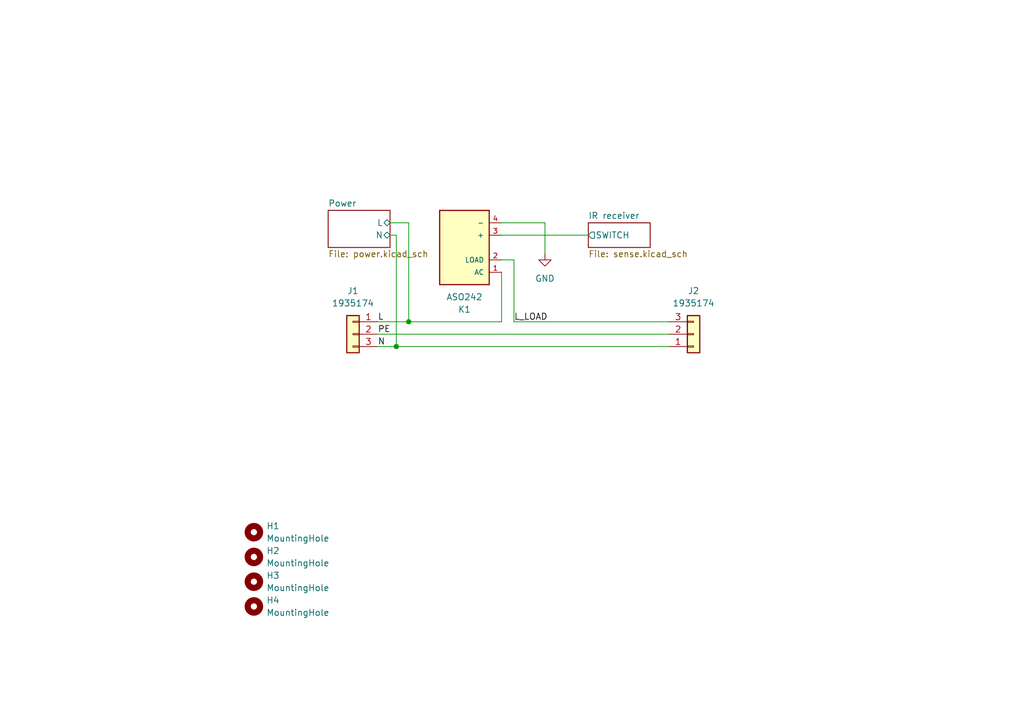
<source format=kicad_sch>
(kicad_sch (version 20230121) (generator eeschema)
  (paper "A5")
  (title_block (title "IR-based AC switch") (date "2023-10-17") (comment 1 "https://aisler.net/p/HPFIOOUA"))
  (lib_symbols
    (symbol "ASO242:ASO242" (pin_names (offset 1.016))
      (property "Reference" "K" (at -5.08 8.382 0))
      (property "Value" "ASO242" (at -5.08 -10.16 0))
      (symbol "ASO242_0_0"
        (rectangle (start -5.08 -7.62) (end 5.08 7.62) (stroke (width 0.254)) (fill (type background)))
        (pin bidirectional line (at 7.62 5.08 180) (length 2.54) (name "AC") (number "1"))
        (pin bidirectional line (at 7.62 2.54 180) (length 2.54) (name "LOAD") (number "2"))
        (pin bidirectional line (at 7.62 -2.54 180) (length 2.54) (name "+") (number "3"))
        (pin bidirectional line (at 7.62 -5.08 180) (length 2.54) (name "-") (number "4"))
      )
    )
    (symbol "Connector_Generic:Conn_01x03" (pin_names (offset 1.016) hide)
      (property "Reference" "J" (at 0 5.08 0))
      (property "Value" "Conn_01x03" (at 0 -5.08 0))
      (symbol "Conn_01x03_1_1"
        (rectangle (start -1.27 -2.413) (end 0 -2.667) (stroke (width 0.1524)))
        (rectangle (start -1.27 0.127) (end 0 -0.127) (stroke (width 0.1524)))
        (rectangle (start -1.27 2.667) (end 0 2.413) (stroke (width 0.1524)))
        (rectangle (start -1.27 3.81) (end 1.27 -3.81) (stroke (width 0.254)) (fill (type background)))
        (pin passive line (at -5.08 2.54 0) (length 3.81) (name "Pin_1") (number "1"))
        (pin passive line (at -5.08 0 0) (length 3.81) (name "Pin_2") (number "2"))
        (pin passive line (at -5.08 -2.54 0) (length 3.81) (name "Pin_3") (number "3"))
      )
    )
    (symbol "Mechanical:MountingHole" (pin_names (offset 1.016))
      (property "Reference" "H" (at 0 5.08 0))
      (property "Value" "MountingHole" (at 0 3.175 0))
      (symbol "MountingHole_0_1"
        (circle (center 0 0) (radius 1.27) (stroke (width 1.27)))
      )
    )
    (symbol "power:GND" (power) (pin_names (offset 0))
      (property "Value" "GND" (at 0 -3.81 0))
      (symbol "GND_0_1"
        (polyline (pts (xy 0 0) (xy 0 -1.27) (xy 1.27 -1.27) (xy 0 -2.54) (xy -1.27 -1.27) (xy 0 -1.27)))
      )
      (symbol "GND_1_1"
        (pin power_in line (at 0 0 270) (length 0) hide (name "GND") (number "1"))
      )
    )
  )
  (junction (at 81.28 71.12))
  (junction (at 83.82 66.04))
  (wire (pts (xy 81.28 48.26) (xy 81.28 71.12)))
  (wire (pts (xy 83.82 45.72) (xy 83.82 66.04)))
  (wire (pts (xy 80.01 45.72) (xy 83.82 45.72)))
  (wire (pts (xy 111.76 45.72) (xy 111.76 52.07)))
  (wire (pts (xy 77.47 66.04) (xy 83.82 66.04)))
  (wire (pts (xy 83.82 66.04) (xy 102.87 66.04)))
  (wire (pts (xy 81.28 71.12) (xy 137.16 71.12)))
  (wire (pts (xy 80.01 48.26) (xy 81.28 48.26)))
  (wire (pts (xy 102.87 66.04) (xy 102.87 55.88)))
  (wire (pts (xy 77.47 68.58) (xy 137.16 68.58)))
  (wire (pts (xy 105.41 53.34) (xy 105.41 66.04)))
  (wire (pts (xy 102.87 45.72) (xy 111.76 45.72)))
  (wire (pts (xy 102.87 53.34) (xy 105.41 53.34)))
  (wire (pts (xy 102.87 48.26) (xy 120.65 48.26)))
  (wire (pts (xy 77.47 71.12) (xy 81.28 71.12)))
  (wire (pts (xy 105.41 66.04) (xy 137.16 66.04)))
  (label "N" (at 77.47 71.12 0))
  (label "PE" (at 77.47 68.58 0))
  (label "L" (at 77.47 66.04 0))
  (label "L_LOAD" (at 105.41 66.04 0))
  (symbol (lib_id "Mechanical:MountingHole") (at 52.07 109.22 0) (unit 1) (in_bom no)
    (property "Reference" "H1" (at 54.61 107.95 0) (effects (justify left)))
    (property "Value" "MountingHole" (at 54.61 110.49 0) (effects (justify left)))
    (property "Footprint" "MountingHole:MountingHole_2.2mm_M2_DIN965" (effects hide))
    (property "Sim.Enable" "0" (effects hide))
  )
  (symbol (lib_id "ASO242:ASO242") (at 95.25 50.8 0) (mirror x) (unit 1)
    (property "Reference" "K1" (at 95.25 63.5 0))
    (property "Value" "ASO242" (at 95.25 60.96 0))
    (property "Footprint" "switch:ASO242" (effects hide))
    (property "DigiKey_Part_Number" "CC1336-ND" (effects hide))
    (property "SnapEDA_Link" "https://www.snapeda.com/parts/ASO242/Crydom/view-part/?ref=snap" (effects hide))
    (property "Description" "\nFeatures ?DC Control, AC Output ?Triac (AO) or SCR (ASO) Output ?UL, CSA Approved ?Dimensions (L\n" (effects hide))
    (property "LIB" "REL" (effects hide))
    (property "Package" "None" (effects hide))
    (property "MF" "Crydom" (effects hide))
    (property "MP" "ASO242" (effects hide))
    (property "Check_prices" "https://www.snapeda.com/parts/ASO242/Crydom/view-part/?ref=eda" (effects hide))
    (property "MPN1" "Sensata:ASO242" (effects hide))
    (property "SKU1" "Conrad:188012" (effects hide))
  )
  (symbol (lib_id "Mechanical:MountingHole") (at 52.07 119.38 0) (unit 1) (in_bom no)
    (property "Reference" "H3" (at 54.61 118.11 0) (effects (justify left)))
    (property "Value" "MountingHole" (at 54.61 120.65 0) (effects (justify left)))
    (property "Footprint" "MountingHole:MountingHole_2.2mm_M2_DIN965" (effects hide))
    (property "Sim.Enable" "0" (effects hide))
  )
  (symbol (lib_id "Connector_Generic:Conn_01x03") (at 72.39 68.58 0) (mirror y) (unit 1)
    (property "Reference" "J1" (at 72.39 59.69 0))
    (property "Value" "1935174" (at 72.39 62.23 0))
    (property "Footprint" "TerminalBlock_Phoenix:TerminalBlock_Phoenix_PT-1,5-3-5.0-H_1x03_P5.00mm_Horizontal" (effects hide))
    (property "Datasheet" "https://asset.conrad.com/media10/add/160267/c1/-/de/000744167DS01/datenblatt-744167-phoenix-contact-1935174-schraubklemmblock-250-mm-polzahl-num-3-gruen-1-st.pdf" (effects hide))
    (property "MPN1" "Phoenix Contact:1935174" (effects hide))
    (property "Sim.Enable" "0" (effects hide))
    (property "SKU1" "Conrad:744167 - 62" (effects hide))
  )
  (symbol (lib_id "Mechanical:MountingHole") (at 52.07 124.46 0) (unit 1) (in_bom no)
    (property "Reference" "H4" (at 54.61 123.19 0) (effects (justify left)))
    (property "Value" "MountingHole" (at 54.61 125.73 0) (effects (justify left)))
    (property "Footprint" "MountingHole:MountingHole_2.2mm_M2_DIN965" (effects hide))
    (property "Sim.Enable" "0" (effects hide))
  )
  (symbol (lib_id "power:GND") (at 111.76 52.07 0) (unit 1)
    (property "Reference" "#PWR04" (effects hide))
    (property "Value" "GND" (at 111.76 57.15 0))
  )
  (symbol (lib_id "Mechanical:MountingHole") (at 52.07 114.3 0) (unit 1) (in_bom no)
    (property "Reference" "H2" (at 54.61 113.03 0) (effects (justify left)))
    (property "Value" "MountingHole" (at 54.61 115.57 0) (effects (justify left)))
    (property "Footprint" "MountingHole:MountingHole_2.2mm_M2_DIN965" (effects hide))
    (property "Sim.Enable" "0" (effects hide))
  )
  (symbol (lib_id "Connector_Generic:Conn_01x03") (at 142.24 68.58 0) (mirror x) (unit 1)
    (property "Reference" "J2" (at 142.24 59.69 0))
    (property "Value" "1935174" (at 142.24 62.23 0))
    (property "Footprint" "TerminalBlock_Phoenix:TerminalBlock_Phoenix_PT-1,5-3-5.0-H_1x03_P5.00mm_Horizontal" (effects hide))
    (property "Datasheet" "https://asset.conrad.com/media10/add/160267/c1/-/de/000744167DS01/datenblatt-744167-phoenix-contact-1935174-schraubklemmblock-250-mm-polzahl-num-3-gruen-1-st.pdf" (effects hide))
    (property "MPN1" "Phoenix Contact:1935174" (effects hide))
    (property "Sim.Enable" "0" (effects hide))
    (property "SKU1" "Conrad:744167 - 62" (effects hide))
  )
  (sheet (at 67.31 43.18) (size 12.7 7.62) (stroke (width 0.1524))
    (property "Sheetname" "Power" (at 67.31 42.4684 0) (effects (justify left bottom)))
    (property "Sheetfile" "power.kicad_sch" (at 67.31 51.3846 0) (effects (justify left top)))
    (pin "L" bidirectional (at 80.01 45.72 0))
    (pin "N" bidirectional (at 80.01 48.26 0))
  )
  (sheet (at 120.65 45.72) (size 12.7 5.08) (stroke (width 0.1524))
    (property "Sheetname" "IR receiver" (at 120.65 45.0084 0) (effects (justify left bottom)))
    (property "Sheetfile" "sense.kicad_sch" (at 120.65 51.3846 0) (effects (justify left top)))
    (pin "SWITCH" output (at 120.65 48.26 180))
  )
)
</source>
